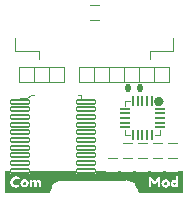
<source format=gbr>
%TF.GenerationSoftware,KiCad,Pcbnew,7.0.9-7.0.9~ubuntu22.04.1*%
%TF.CreationDate,2023-12-30T14:54:31+00:00*%
%TF.ProjectId,COM_MOD,434f4d5f-4d4f-4442-9e6b-696361645f70,1.0*%
%TF.SameCoordinates,Original*%
%TF.FileFunction,Legend,Top*%
%TF.FilePolarity,Positive*%
%FSLAX46Y46*%
G04 Gerber Fmt 4.6, Leading zero omitted, Abs format (unit mm)*
G04 Created by KiCad (PCBNEW 7.0.9-7.0.9~ubuntu22.04.1) date 2023-12-30 14:54:31*
%MOMM*%
%LPD*%
G01*
G04 APERTURE LIST*
G04 Aperture macros list*
%AMRoundRect*
0 Rectangle with rounded corners*
0 $1 Rounding radius*
0 $2 $3 $4 $5 $6 $7 $8 $9 X,Y pos of 4 corners*
0 Add a 4 corners polygon primitive as box body*
4,1,4,$2,$3,$4,$5,$6,$7,$8,$9,$2,$3,0*
0 Add four circle primitives for the rounded corners*
1,1,$1+$1,$2,$3*
1,1,$1+$1,$4,$5*
1,1,$1+$1,$6,$7*
1,1,$1+$1,$8,$9*
0 Add four rect primitives between the rounded corners*
20,1,$1+$1,$2,$3,$4,$5,0*
20,1,$1+$1,$4,$5,$6,$7,0*
20,1,$1+$1,$6,$7,$8,$9,0*
20,1,$1+$1,$8,$9,$2,$3,0*%
G04 Aperture macros list end*
%ADD10C,0.120000*%
%ADD11C,0.050000*%
%ADD12C,0.400000*%
%ADD13C,0.100000*%
%ADD14C,1.000000*%
%ADD15R,1.000000X1.000000*%
%ADD16RoundRect,0.050000X-0.050000X0.375000X-0.050000X-0.375000X0.050000X-0.375000X0.050000X0.375000X0*%
%ADD17RoundRect,0.050000X-0.375000X0.050000X-0.375000X-0.050000X0.375000X-0.050000X0.375000X0.050000X0*%
%ADD18R,1.400000X1.400000*%
%ADD19RoundRect,0.140000X0.140000X0.170000X-0.140000X0.170000X-0.140000X-0.170000X0.140000X-0.170000X0*%
%ADD20R,0.300000X1.250000*%
%ADD21R,2.000000X2.500000*%
%ADD22RoundRect,0.070000X-0.800000X0.150000X-0.800000X-0.150000X0.800000X-0.150000X0.800000X0.150000X0*%
G04 APERTURE END LIST*
D10*
%TO.C,J17*%
X36961000Y-37135000D02*
X36199000Y-37135000D01*
X36961000Y-38405000D02*
X36199000Y-38405000D01*
D11*
%TO.C,J5*%
X28730001Y-29365000D02*
X28730001Y-30635000D01*
X28730001Y-30635000D02*
X30000001Y-30635000D01*
D10*
X29746001Y-29365000D02*
X28984001Y-29365000D01*
X29746001Y-30635000D02*
X28984001Y-30635000D01*
D11*
X30000001Y-29365000D02*
X28730001Y-29365000D01*
X30000001Y-30635000D02*
X30000001Y-29365000D01*
D10*
%TO.C,U1*%
X32620000Y-32260000D02*
X33020000Y-32260000D01*
X32620000Y-32660000D02*
X32620000Y-32260000D01*
X35520000Y-34760000D02*
X35520000Y-35160000D01*
X35520000Y-35160000D02*
X35120000Y-35160000D01*
X33020000Y-35160000D02*
X32620000Y-35160000D01*
X32620000Y-35160000D02*
X32620000Y-34760000D01*
D12*
X35660000Y-32320000D02*
G75*
G03*
X35660000Y-32320000I-200000J0D01*
G01*
D10*
%TO.C,J3*%
X30381001Y-24127500D02*
X29619001Y-24127500D01*
X30381001Y-25397500D02*
X29619001Y-25397500D01*
D11*
%TO.C,J19*%
X23650001Y-29365000D02*
X23650001Y-30635000D01*
X23650001Y-30635000D02*
X24920001Y-30635000D01*
D10*
X24666001Y-29365000D02*
X23904001Y-29365000D01*
X24666001Y-30635000D02*
X23904001Y-30635000D01*
D11*
X24920001Y-29365000D02*
X23650001Y-29365000D01*
X24920001Y-30635000D02*
X24920001Y-29365000D01*
%TO.C,J20*%
X35080001Y-29365000D02*
X35080001Y-30635000D01*
X35080001Y-30635000D02*
X36350001Y-30635000D01*
D10*
X36096001Y-29365000D02*
X35334001Y-29365000D01*
X36096001Y-30635000D02*
X35334001Y-30635000D01*
D11*
X36350001Y-29365000D02*
X35080001Y-29365000D01*
X36350001Y-30635000D02*
X36350001Y-29365000D01*
D10*
%TO.C,J10*%
X36700001Y-28000000D02*
X36700001Y-26975000D01*
X34700001Y-28000000D02*
X36700001Y-28000000D01*
X34700001Y-28000000D02*
X34700001Y-28675000D01*
X25300001Y-28000000D02*
X25300001Y-28675000D01*
X25300001Y-28000000D02*
X23300001Y-28000000D01*
X23300001Y-28000000D02*
X23300001Y-26975000D01*
D11*
%TO.C,J2*%
X27460001Y-30635000D02*
X27460001Y-29365000D01*
X27460001Y-29365000D02*
X26190001Y-29365000D01*
D10*
X26444001Y-30635000D02*
X27206001Y-30635000D01*
X26444001Y-29365000D02*
X27206001Y-29365000D01*
D11*
X26190001Y-30635000D02*
X27460001Y-30635000D01*
X26190001Y-29365000D02*
X26190001Y-30635000D01*
D10*
%TO.C,J12*%
X34929000Y-37135000D02*
X35691000Y-37135000D01*
X34929000Y-35865000D02*
X35691000Y-35865000D01*
D11*
%TO.C,J8*%
X32540001Y-29365000D02*
X32540001Y-30635000D01*
X32540001Y-30635000D02*
X33810001Y-30635000D01*
D10*
X33556001Y-29365000D02*
X32794001Y-29365000D01*
X33556001Y-30635000D02*
X32794001Y-30635000D01*
D11*
X33810001Y-29365000D02*
X32540001Y-29365000D01*
X33810001Y-30635000D02*
X33810001Y-29365000D01*
%TO.C,J1*%
X24920001Y-29365000D02*
X24920001Y-30635000D01*
X24920001Y-30635000D02*
X26190001Y-30635000D01*
D10*
X25936001Y-29365000D02*
X25174001Y-29365000D01*
X25936001Y-30635000D02*
X25174001Y-30635000D01*
D11*
X26190001Y-29365000D02*
X24920001Y-29365000D01*
X26190001Y-30635000D02*
X26190001Y-29365000D01*
D13*
%TO.C,U2*%
X28900001Y-31750000D02*
X28600001Y-31750000D01*
X24900001Y-31750000D02*
X24600001Y-31750000D01*
X24600001Y-31750000D02*
X24300001Y-32050000D01*
X28900001Y-32050000D02*
X28900001Y-31750000D01*
X24300001Y-32050000D02*
X23700001Y-32050000D01*
X28900001Y-38450000D02*
X28900001Y-38750000D01*
X28900001Y-38750000D02*
X28600001Y-38750000D01*
X24100001Y-38750000D02*
X24100001Y-38450000D01*
X24100001Y-38750000D02*
X24400001Y-38750000D01*
D10*
%TO.C,J15*%
X34421000Y-37135000D02*
X33659000Y-37135000D01*
X34421000Y-38405000D02*
X33659000Y-38405000D01*
%TO.C,J14*%
X32389000Y-37135000D02*
X33151000Y-37135000D01*
X32389000Y-35865000D02*
X33151000Y-35865000D01*
%TO.C,J18*%
X31881000Y-37135000D02*
X31119000Y-37135000D01*
X31881000Y-38405000D02*
X31119000Y-38405000D01*
%TO.C,J13*%
X33659001Y-37135000D02*
X34421001Y-37135000D01*
X33659001Y-35865000D02*
X34421001Y-35865000D01*
D11*
%TO.C,J7*%
X31270001Y-29365000D02*
X31270001Y-30635000D01*
X31270001Y-30635000D02*
X32540001Y-30635000D01*
D10*
X32286001Y-29365000D02*
X31524001Y-29365000D01*
X32286001Y-30635000D02*
X31524001Y-30635000D01*
D11*
X32540001Y-29365000D02*
X31270001Y-29365000D01*
X32540001Y-30635000D02*
X32540001Y-29365000D01*
D10*
%TO.C,J21*%
X33151000Y-37135000D02*
X32389000Y-37135000D01*
X33151000Y-38405000D02*
X32389000Y-38405000D01*
%TO.C,J16*%
X35691000Y-37135000D02*
X34929000Y-37135000D01*
X35691000Y-38405000D02*
X34929000Y-38405000D01*
%TO.C,J11*%
X36199000Y-37135000D02*
X36961000Y-37135000D01*
X36199000Y-35865000D02*
X36961000Y-35865000D01*
%TO.C,kibuzzard-658C3FF8*%
G36*
X36866890Y-39174295D02*
G01*
X36896735Y-39251130D01*
X36865620Y-39326695D01*
X36787515Y-39360985D01*
X36707505Y-39326695D01*
X36674485Y-39250495D01*
X36704965Y-39173660D01*
X36786245Y-39138735D01*
X36866890Y-39174295D01*
G37*
G36*
X24173875Y-39153975D02*
G01*
X24203402Y-39192392D01*
X24213245Y-39246685D01*
X24202767Y-39301295D01*
X24171335Y-39340665D01*
X24087515Y-39372415D01*
X24004965Y-39341300D01*
X23974485Y-39302565D01*
X23964325Y-39248590D01*
X23974167Y-39194456D01*
X24003695Y-39155245D01*
X24088785Y-39123495D01*
X24173875Y-39153975D01*
G37*
G36*
X36118225Y-39153975D02*
G01*
X36147753Y-39192392D01*
X36157595Y-39246685D01*
X36147118Y-39301295D01*
X36115685Y-39340665D01*
X36031865Y-39372415D01*
X35949315Y-39341300D01*
X35918835Y-39302565D01*
X35908675Y-39248590D01*
X35918518Y-39194456D01*
X35948045Y-39155245D01*
X36033135Y-39123495D01*
X36118225Y-39153975D01*
G37*
G36*
X37546128Y-40020538D02*
G01*
X37122795Y-40020538D01*
X37001510Y-40020538D01*
X36033135Y-40020538D01*
X35492115Y-40020538D01*
X25387995Y-40020538D01*
X24088785Y-40020538D01*
X23362980Y-40020538D01*
X22877205Y-40020538D01*
X22453872Y-40020538D01*
X22453872Y-39114605D01*
X22877205Y-39114605D01*
X22885619Y-39210014D01*
X22910860Y-39298120D01*
X22949119Y-39374955D01*
X22996585Y-39436550D01*
X23051989Y-39486398D01*
X23114060Y-39527990D01*
X23178512Y-39560057D01*
X23241060Y-39581330D01*
X23302337Y-39593236D01*
X23362980Y-39597205D01*
X23424416Y-39592125D01*
X23488075Y-39576885D01*
X23573800Y-39543865D01*
X23617615Y-39517195D01*
X23657620Y-39485445D01*
X23674765Y-39440995D01*
X23646825Y-39369875D01*
X23602692Y-39316535D01*
X23561735Y-39298755D01*
X23500775Y-39324155D01*
X23477915Y-39340665D01*
X23427750Y-39360985D01*
X23353455Y-39371145D01*
X23271222Y-39357175D01*
X23192165Y-39315265D01*
X23139732Y-39250495D01*
X23739535Y-39250495D01*
X23753029Y-39346856D01*
X23793510Y-39432740D01*
X23853676Y-39503542D01*
X23926225Y-39554660D01*
X24006235Y-39585616D01*
X24088785Y-39595935D01*
X24171176Y-39586251D01*
X24250710Y-39557200D01*
X24322941Y-39507670D01*
X24352643Y-39472745D01*
X24520585Y-39472745D01*
X24522490Y-39517195D01*
X24533285Y-39550215D01*
X24566622Y-39575933D01*
X24631075Y-39584505D01*
X24695845Y-39576250D01*
X24730135Y-39551485D01*
X24742200Y-39517830D01*
X24744105Y-39474015D01*
X24744105Y-39249225D01*
X24763155Y-39166357D01*
X24820305Y-39138735D01*
X24879360Y-39166357D01*
X24899045Y-39249225D01*
X24899045Y-39471475D01*
X24900950Y-39515290D01*
X24911745Y-39548945D01*
X24945082Y-39575615D01*
X25009535Y-39584505D01*
X25074940Y-39575933D01*
X25108595Y-39550215D01*
X25120660Y-39517195D01*
X25122565Y-39472745D01*
X25122565Y-39250495D01*
X25138440Y-39167945D01*
X25198765Y-39138735D01*
X25257820Y-39166357D01*
X25277505Y-39249225D01*
X25277505Y-39471475D01*
X25279410Y-39515290D01*
X25290205Y-39548945D01*
X25323542Y-39575615D01*
X25387995Y-39584505D01*
X25453082Y-39575933D01*
X25485785Y-39550215D01*
X25497850Y-39516560D01*
X25499755Y-39472745D01*
X25499755Y-39470205D01*
X34598035Y-39470205D01*
X34599940Y-39515925D01*
X34612005Y-39548945D01*
X34645660Y-39574662D01*
X34708525Y-39583235D01*
X34773295Y-39574662D01*
X34807585Y-39548945D01*
X34819650Y-39516560D01*
X34821555Y-39472745D01*
X34821555Y-39044755D01*
X34845050Y-39076346D01*
X34902835Y-39155880D01*
X34965383Y-39241446D01*
X35003165Y-39291135D01*
X35013325Y-39305105D01*
X35046980Y-39331140D01*
X35099050Y-39344475D01*
X35152390Y-39329870D01*
X35183505Y-39307010D01*
X35206365Y-39277165D01*
X35233988Y-39239541D01*
X35283835Y-39169850D01*
X35337493Y-39095714D01*
X35376545Y-39044755D01*
X35376545Y-39470205D01*
X35382895Y-39536245D01*
X35400675Y-39561645D01*
X35433695Y-39576885D01*
X35492115Y-39583235D01*
X35553075Y-39575615D01*
X35589270Y-39542278D01*
X35601335Y-39472745D01*
X35601335Y-39250495D01*
X35683885Y-39250495D01*
X35697379Y-39346856D01*
X35737860Y-39432740D01*
X35798026Y-39503542D01*
X35870575Y-39554660D01*
X35950585Y-39585616D01*
X36033135Y-39595935D01*
X36115526Y-39586251D01*
X36195060Y-39557200D01*
X36267291Y-39507670D01*
X36327775Y-39436550D01*
X36368733Y-39348761D01*
X36382298Y-39249860D01*
X36452235Y-39249860D01*
X36462677Y-39334668D01*
X36494004Y-39412138D01*
X36546215Y-39482270D01*
X36611126Y-39537656D01*
X36680553Y-39570888D01*
X36754495Y-39581965D01*
X36839268Y-39566725D01*
X36903085Y-39521005D01*
X36932771Y-39567677D01*
X37001510Y-39583235D01*
X37072471Y-39574662D01*
X37108825Y-39548945D01*
X37120890Y-39516560D01*
X37122795Y-39472745D01*
X37122795Y-38714555D01*
X37120890Y-38670740D01*
X37109460Y-38637085D01*
X37075805Y-38610415D01*
X37011670Y-38602795D01*
X36947535Y-38610415D01*
X36913880Y-38636450D01*
X36902450Y-38669470D01*
X36900545Y-38713285D01*
X36900545Y-38979985D01*
X36837998Y-38932360D01*
X36754495Y-38916485D01*
X36681188Y-38927633D01*
X36611973Y-38961076D01*
X36546850Y-39016815D01*
X36494286Y-39087300D01*
X36462748Y-39164982D01*
X36452235Y-39249860D01*
X36382298Y-39249860D01*
X36382385Y-39249225D01*
X36370673Y-39153622D01*
X36335536Y-39070014D01*
X36276975Y-38998400D01*
X36203174Y-38943719D01*
X36122317Y-38910911D01*
X36034405Y-38899975D01*
X35946352Y-38910982D01*
X35865072Y-38944002D01*
X35790565Y-38999035D01*
X35731298Y-39071002D01*
X35695738Y-39154822D01*
X35683885Y-39250495D01*
X35601335Y-39250495D01*
X35601335Y-38767895D01*
X35599430Y-38723445D01*
X35587365Y-38689155D01*
X35553869Y-38663437D01*
X35488940Y-38654865D01*
X35423059Y-38663437D01*
X35386705Y-38689155D01*
X35352009Y-38733503D01*
X35305831Y-38793397D01*
X35248173Y-38868835D01*
X35179035Y-38959817D01*
X35098415Y-39066345D01*
X34810125Y-38687885D01*
X34802505Y-38680265D01*
X34770120Y-38663120D01*
X34711065Y-38654865D01*
X34646295Y-38663120D01*
X34612005Y-38687885D01*
X34599940Y-38721540D01*
X34598035Y-38765355D01*
X34598035Y-39470205D01*
X25499755Y-39470205D01*
X25499755Y-39250495D01*
X25492135Y-39141628D01*
X25469275Y-39055479D01*
X25431175Y-38992050D01*
X25354340Y-38933471D01*
X25260995Y-38913945D01*
X25172095Y-38938710D01*
X25109230Y-38984430D01*
X25075575Y-39024435D01*
X25025904Y-38963052D01*
X24961557Y-38926222D01*
X24882535Y-38913945D01*
X24804747Y-38936487D01*
X24739025Y-39004115D01*
X24717435Y-38938075D01*
X24624725Y-38915215D01*
X24566622Y-38923787D01*
X24534555Y-38949505D01*
X24522490Y-38981890D01*
X24520585Y-39025705D01*
X24520585Y-39472745D01*
X24352643Y-39472745D01*
X24383425Y-39436550D01*
X24424382Y-39348761D01*
X24438035Y-39249225D01*
X24426323Y-39153622D01*
X24391186Y-39070014D01*
X24332625Y-38998400D01*
X24258824Y-38943719D01*
X24177967Y-38910911D01*
X24090055Y-38899975D01*
X24002002Y-38910982D01*
X23920722Y-38944002D01*
X23846215Y-38999035D01*
X23786948Y-39071002D01*
X23751388Y-39154822D01*
X23739535Y-39250495D01*
X23139732Y-39250495D01*
X23127395Y-39235255D01*
X23108345Y-39181121D01*
X23101995Y-39120320D01*
X23108345Y-39059519D01*
X23127395Y-39005385D01*
X23190895Y-38926645D01*
X23271540Y-38883782D01*
X23353455Y-38869495D01*
X23433465Y-38880290D01*
X23495695Y-38912675D01*
X23560465Y-38940615D01*
X23602375Y-38923470D01*
X23649365Y-38872035D01*
X23676035Y-38801550D01*
X23643015Y-38741225D01*
X23607455Y-38718365D01*
X23576975Y-38700585D01*
X23483630Y-38663120D01*
X23422511Y-38649309D01*
X23362345Y-38644705D01*
X23278666Y-38652325D01*
X23195269Y-38675185D01*
X23112155Y-38713285D01*
X23049766Y-38753131D01*
X22994680Y-38801550D01*
X22947849Y-38861240D01*
X22910225Y-38934900D01*
X22885460Y-39020149D01*
X22877205Y-39114605D01*
X22453872Y-39114605D01*
X22453872Y-38179462D01*
X22877205Y-38179462D01*
X37122795Y-38179462D01*
X37546128Y-38179462D01*
X37546128Y-40020538D01*
G37*
D11*
%TO.C,J6*%
X30000001Y-29365000D02*
X30000001Y-30635000D01*
X30000001Y-30635000D02*
X31270001Y-30635000D01*
D10*
X31016001Y-29365000D02*
X30254001Y-29365000D01*
X31016001Y-30635000D02*
X30254001Y-30635000D01*
D11*
X31270001Y-29365000D02*
X30000001Y-29365000D01*
X31270001Y-30635000D02*
X31270001Y-29365000D01*
%TO.C,J9*%
X33810001Y-29365000D02*
X33810001Y-30635000D01*
X33810001Y-30635000D02*
X35080001Y-30635000D01*
D10*
X34826001Y-29365000D02*
X34064001Y-29365000D01*
X34826001Y-30635000D02*
X34064001Y-30635000D01*
D11*
X35080001Y-29365000D02*
X33810001Y-29365000D01*
X35080001Y-30635000D02*
X35080001Y-29365000D01*
%TD*%
%LPC*%
D14*
X27750000Y-40000000D02*
G75*
G03*
X27750000Y-40000000I-500000J0D01*
G01*
G36*
X27250000Y-39000000D02*
G01*
X32875000Y-39000000D01*
X32875000Y-40250000D01*
X27250000Y-40250000D01*
X27250000Y-39000000D01*
G37*
X33250000Y-40000000D02*
G75*
G03*
X33250000Y-40000000I-500000J0D01*
G01*
D15*
%TO.C,J17*%
X36580000Y-37770000D03*
%TD*%
%TO.C,J5*%
X29365001Y-30000000D03*
%TD*%
D16*
%TO.C,U1*%
X34870000Y-32260000D03*
X34470000Y-32260000D03*
X34070000Y-32260000D03*
X33670000Y-32260000D03*
X33270000Y-32260000D03*
D17*
X32620000Y-32910000D03*
X32620000Y-33310000D03*
X32620000Y-33710000D03*
X32620000Y-34110000D03*
X32620000Y-34510000D03*
D16*
X33270000Y-35160000D03*
X33670000Y-35160000D03*
X34070000Y-35160000D03*
X34470000Y-35160000D03*
X34870000Y-35160000D03*
D17*
X35520000Y-34510000D03*
X35520000Y-34110000D03*
X35520000Y-33710000D03*
X35520000Y-33310000D03*
X35520000Y-32910000D03*
D18*
X34070000Y-33710000D03*
%TD*%
D15*
%TO.C,J3*%
X30000001Y-24762500D03*
%TD*%
D19*
%TO.C,C1*%
X33840000Y-31190000D03*
X32880000Y-31190000D03*
%TD*%
D15*
%TO.C,J19*%
X24285001Y-30000000D03*
%TD*%
%TO.C,J20*%
X35715001Y-30000000D03*
%TD*%
D20*
%TO.C,J10*%
X34250001Y-28175000D03*
X33750001Y-28175000D03*
X33250001Y-28175000D03*
X32750001Y-28175000D03*
X32250001Y-28175000D03*
X31750001Y-28175000D03*
X31250001Y-28175000D03*
X30750001Y-28175000D03*
X30250001Y-28175000D03*
X29750001Y-28175000D03*
X29250001Y-28175000D03*
X28750001Y-28175000D03*
X28250001Y-28175000D03*
X27750001Y-28175000D03*
X27250001Y-28175000D03*
X26750001Y-28175000D03*
X26250001Y-28175000D03*
X25750001Y-28175000D03*
D21*
X35940001Y-25600000D03*
X24060001Y-25600000D03*
%TD*%
D15*
%TO.C,J2*%
X26825001Y-30000000D03*
%TD*%
%TO.C,J12*%
X35310000Y-36500000D03*
%TD*%
%TO.C,J8*%
X33175001Y-30000000D03*
%TD*%
%TO.C,J1*%
X25555001Y-30000000D03*
%TD*%
D22*
%TO.C,U2*%
X23700001Y-32325000D03*
X23700001Y-32975000D03*
X23700001Y-33625000D03*
X23700001Y-34275000D03*
X23700001Y-34925000D03*
X23700001Y-35575000D03*
X23700001Y-36225000D03*
X23700001Y-36875000D03*
X23700001Y-37525000D03*
X23700001Y-38175000D03*
X29300001Y-38175000D03*
X29300001Y-37525000D03*
X29300001Y-36875000D03*
X29300001Y-36225000D03*
X29300001Y-35575000D03*
X29300001Y-34925000D03*
X29300001Y-34275000D03*
X29300001Y-33625000D03*
X29300001Y-32975000D03*
X29300001Y-32325000D03*
%TD*%
D15*
%TO.C,J15*%
X34040000Y-37770000D03*
%TD*%
%TO.C,J14*%
X32770000Y-36500000D03*
%TD*%
%TO.C,J18*%
X31500000Y-37770000D03*
%TD*%
%TO.C,J13*%
X34040001Y-36500000D03*
%TD*%
%TO.C,J7*%
X31905001Y-30000000D03*
%TD*%
%TO.C,J21*%
X32770000Y-37770000D03*
%TD*%
%TO.C,J16*%
X35310000Y-37770000D03*
%TD*%
%TO.C,J11*%
X36580000Y-36500000D03*
%TD*%
%TO.C,J6*%
X30635001Y-30000000D03*
%TD*%
%TO.C,J9*%
X34445001Y-30000000D03*
%TD*%
%LPD*%
M02*

</source>
